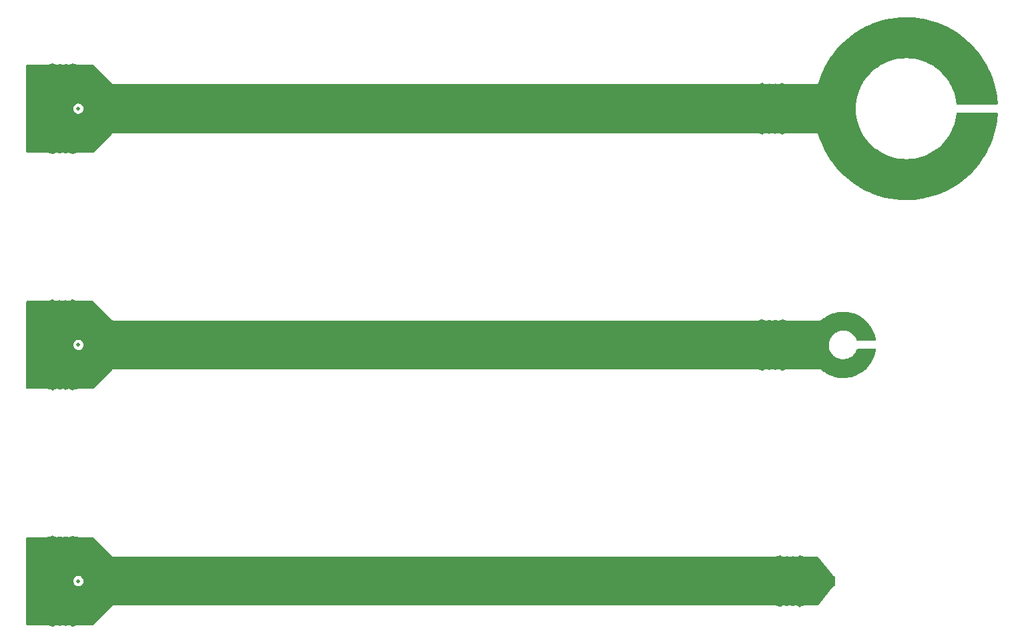
<source format=gbl>
G04 #@! TF.GenerationSoftware,KiCad,Pcbnew,(6.0.1)*
G04 #@! TF.CreationDate,2023-07-16T14:40:23+02:00*
G04 #@! TF.ProjectId,panel,70616e65-6c2e-46b6-9963-61645f706362,rev?*
G04 #@! TF.SameCoordinates,Original*
G04 #@! TF.FileFunction,Copper,L4,Bot*
G04 #@! TF.FilePolarity,Positive*
%FSLAX46Y46*%
G04 Gerber Fmt 4.6, Leading zero omitted, Abs format (unit mm)*
G04 Created by KiCad (PCBNEW (6.0.1)) date 2023-07-16 14:40:23*
%MOMM*%
%LPD*%
G01*
G04 APERTURE LIST*
G04 #@! TA.AperFunction,SMDPad,CuDef*
%ADD10R,5.080000X1.500000*%
G04 #@! TD*
G04 #@! TA.AperFunction,ViaPad*
%ADD11C,0.500000*%
G04 #@! TD*
G04 APERTURE END LIST*
D10*
X73000000Y-125250000D03*
X73000000Y-116750000D03*
X73000000Y-56750000D03*
X73000000Y-65250000D03*
X73000000Y-86750000D03*
X73000000Y-95250000D03*
D11*
X77000000Y-61000000D03*
X77000000Y-91000000D03*
X77000000Y-121000000D03*
X96688709Y-89700000D03*
X90630645Y-119700000D03*
X130008064Y-62300000D03*
X157269354Y-122300000D03*
X191670249Y-56446289D03*
X137580645Y-122300000D03*
X137580645Y-62300000D03*
X160298387Y-119700000D03*
X122435483Y-92300000D03*
X90630645Y-59700000D03*
X143638709Y-119700000D03*
X139095161Y-59700000D03*
X146667741Y-92300000D03*
X171006637Y-88825195D03*
X134551612Y-89700000D03*
X176174805Y-88006637D03*
X130008064Y-89700000D03*
X151211290Y-122300000D03*
X149696774Y-89700000D03*
X128493548Y-122300000D03*
X173089188Y-66903171D03*
X155754838Y-89700000D03*
X171773265Y-64108681D03*
X120920967Y-119700000D03*
X191185608Y-55534234D03*
X83058064Y-119700000D03*
X128493548Y-89700000D03*
X173632158Y-54349495D03*
X170900000Y-59700000D03*
X166356451Y-122300000D03*
X154240322Y-92300000D03*
X92145161Y-62300000D03*
X158783870Y-119700000D03*
X178263267Y-54420728D03*
X143638709Y-59700000D03*
X161812903Y-59700000D03*
X123950000Y-122300000D03*
X108804838Y-59700000D03*
X120920967Y-59700000D03*
X185364909Y-54223025D03*
X149696774Y-92300000D03*
X176174805Y-93993363D03*
X151211290Y-59700000D03*
X133037096Y-62300000D03*
X123950000Y-119700000D03*
X105775806Y-89700000D03*
X183366571Y-53558059D03*
X171520977Y-63107147D03*
X78514516Y-92300000D03*
X98203225Y-59700000D03*
X166356451Y-119700000D03*
X113348387Y-119700000D03*
X98203225Y-62300000D03*
X175143363Y-94518909D03*
X177681288Y-51222540D03*
X169385483Y-119700000D03*
X192100839Y-64496148D03*
X134551612Y-122300000D03*
X184287169Y-68212410D03*
X152725806Y-62300000D03*
X110319354Y-62300000D03*
X158783870Y-59700000D03*
X146667741Y-122300000D03*
X190036762Y-68047018D03*
X93659677Y-119700000D03*
X178645110Y-50851369D03*
X188388121Y-65054863D03*
X173029356Y-55188155D03*
X182719783Y-50335483D03*
X113348387Y-59700000D03*
X188446365Y-52473900D03*
X114862903Y-62300000D03*
X95174193Y-92300000D03*
X123950000Y-92300000D03*
X149696774Y-119700000D03*
X101232258Y-89700000D03*
X155754838Y-62300000D03*
X87601612Y-92300000D03*
X145153225Y-92300000D03*
X185739201Y-50986590D03*
X142124193Y-122300000D03*
X90630645Y-92300000D03*
X133037096Y-122300000D03*
X89116129Y-122300000D03*
X167870967Y-122300000D03*
X164841935Y-122300000D03*
X89116129Y-92300000D03*
X182210558Y-68563443D03*
X110319354Y-92300000D03*
X136066129Y-62300000D03*
X169385483Y-122300000D03*
X191240958Y-66371656D03*
X114862903Y-89700000D03*
X89116129Y-119700000D03*
X142124193Y-92300000D03*
X113348387Y-62300000D03*
X107290322Y-92300000D03*
X87601612Y-62300000D03*
X185841287Y-70974694D03*
X187102546Y-55413048D03*
X98203225Y-89700000D03*
X151211290Y-92300000D03*
X119406451Y-92300000D03*
X126979032Y-119700000D03*
X152725806Y-122300000D03*
X119406451Y-122300000D03*
X175149238Y-69204698D03*
X176993363Y-93174805D03*
X95174193Y-89700000D03*
X105775806Y-92300000D03*
X187593384Y-51891539D03*
X167870967Y-119700000D03*
X96688709Y-59700000D03*
X152725806Y-59700000D03*
X131522580Y-62300000D03*
X137580645Y-119700000D03*
X187022984Y-66658589D03*
X187686129Y-70050853D03*
X125464516Y-89700000D03*
X99717741Y-122300000D03*
X143638709Y-89700000D03*
X80029032Y-59700000D03*
X172510310Y-56081079D03*
X139095161Y-122300000D03*
X181796297Y-71686838D03*
X161812903Y-119700000D03*
X192064601Y-57400861D03*
X87601612Y-122300000D03*
X107290322Y-119700000D03*
X116377419Y-92300000D03*
X158783870Y-122300000D03*
X174389352Y-68505201D03*
X78514516Y-119700000D03*
X163327419Y-122300000D03*
X157269354Y-119700000D03*
X167870967Y-92300000D03*
X95174193Y-122300000D03*
X174313089Y-53572928D03*
X174000000Y-94700000D03*
X190679379Y-67238460D03*
X126979032Y-122300000D03*
X99717741Y-92300000D03*
X119406451Y-59700000D03*
X104261290Y-119700000D03*
X146667741Y-89700000D03*
X152725806Y-119700000D03*
X108804838Y-62300000D03*
X166356451Y-89700000D03*
X84572580Y-122300000D03*
X102746774Y-122300000D03*
X142124193Y-59700000D03*
X104261290Y-59700000D03*
X192364983Y-58389037D03*
X189964362Y-53871259D03*
X125464516Y-119700000D03*
X174610285Y-59374542D03*
X130008064Y-59700000D03*
X152725806Y-92300000D03*
X173117446Y-62486562D03*
X90630645Y-62300000D03*
X174871805Y-63537485D03*
X161812903Y-92300000D03*
X178748947Y-71182370D03*
X101232258Y-62300000D03*
X140609677Y-122300000D03*
X80029032Y-62300000D03*
X110319354Y-89700000D03*
X157269354Y-59700000D03*
X95174193Y-119700000D03*
X92145161Y-119700000D03*
X78514516Y-62300000D03*
X81543548Y-122300000D03*
X122435483Y-119700000D03*
X105775806Y-119700000D03*
X184755312Y-50672452D03*
X170481091Y-92143363D03*
X166356451Y-59700000D03*
X86087096Y-92300000D03*
X186275335Y-54757283D03*
X80029032Y-122300000D03*
X176993363Y-88825195D03*
X84572580Y-89700000D03*
X107290322Y-89700000D03*
X95174193Y-59700000D03*
X160298387Y-92300000D03*
X120920967Y-122300000D03*
X92145161Y-92300000D03*
X140609677Y-62300000D03*
X117891935Y-89700000D03*
X167870967Y-59700000D03*
X174588026Y-62520738D03*
X172856637Y-94518909D03*
X131522580Y-59700000D03*
X181687148Y-50315800D03*
X107290322Y-122300000D03*
X188533118Y-69459809D03*
X192584365Y-62490374D03*
X154240322Y-62300000D03*
X134551612Y-62300000D03*
X151211290Y-119700000D03*
X111833870Y-92300000D03*
X107290322Y-59700000D03*
X96688709Y-119700000D03*
X114862903Y-59700000D03*
X116377419Y-62300000D03*
X84572580Y-59700000D03*
X154240322Y-122300000D03*
X139095161Y-89700000D03*
X174000000Y-87300000D03*
X175294325Y-64504844D03*
X181155882Y-68519140D03*
X81543548Y-62300000D03*
X96688709Y-92300000D03*
X78514516Y-59700000D03*
X101232258Y-122300000D03*
X116377419Y-119700000D03*
X170900000Y-62300000D03*
X172850000Y-92991858D03*
X125464516Y-59700000D03*
X83058064Y-62300000D03*
X140609677Y-89700000D03*
X163327419Y-62300000D03*
X170481091Y-89856637D03*
X171000000Y-122000000D03*
X180657435Y-50395873D03*
X169385483Y-89700000D03*
X175065790Y-52865707D03*
X86087096Y-59700000D03*
X111833870Y-89700000D03*
X113348387Y-89700000D03*
X184388990Y-53820674D03*
X176757788Y-51685001D03*
X172856637Y-87481091D03*
X172008142Y-92150000D03*
X81543548Y-89700000D03*
X134551612Y-119700000D03*
X84572580Y-92300000D03*
X140609677Y-92300000D03*
X126979032Y-62300000D03*
X83058064Y-122300000D03*
X189485100Y-62106018D03*
X101232258Y-59700000D03*
X105775806Y-122300000D03*
X187830441Y-56177557D03*
X183853319Y-71526880D03*
X188444854Y-57035930D03*
X84572580Y-119700000D03*
X128493548Y-62300000D03*
X81543548Y-59700000D03*
X179116025Y-67995191D03*
X133037096Y-119700000D03*
X172850000Y-89008142D03*
X86087096Y-89700000D03*
X110319354Y-122300000D03*
X189319108Y-68789779D03*
X175143363Y-87481091D03*
X113348387Y-122300000D03*
X116377419Y-122300000D03*
X130008064Y-119700000D03*
X155754838Y-59700000D03*
X158783870Y-62300000D03*
X95174193Y-62300000D03*
X134551612Y-92300000D03*
X98203225Y-122300000D03*
X136066129Y-119700000D03*
X137580645Y-89700000D03*
X111833870Y-62300000D03*
X167870967Y-62300000D03*
X148182258Y-62300000D03*
X86087096Y-119700000D03*
X184860657Y-71298866D03*
X93659677Y-62300000D03*
X189239158Y-53135867D03*
X140609677Y-119700000D03*
X154240322Y-59700000D03*
X164841935Y-62300000D03*
X169385483Y-92300000D03*
X164841935Y-92300000D03*
X149696774Y-62300000D03*
X99717741Y-89700000D03*
X158783870Y-89700000D03*
X177299610Y-66929278D03*
X117891935Y-92300000D03*
X105775806Y-59700000D03*
X130008064Y-92300000D03*
X169385483Y-62300000D03*
X177518909Y-92143363D03*
X187761624Y-65904456D03*
X176853209Y-70368059D03*
X131522580Y-119700000D03*
X86087096Y-62300000D03*
X83058064Y-59700000D03*
X104261290Y-92300000D03*
X111833870Y-122300000D03*
X176594528Y-55705581D03*
X177383975Y-55004809D03*
X125464516Y-122300000D03*
X105775806Y-62300000D03*
X171742046Y-57995941D03*
X175344587Y-57400628D03*
X176520158Y-66217406D03*
X114862903Y-122300000D03*
X182317554Y-53440294D03*
X126979032Y-92300000D03*
X136066129Y-122300000D03*
X87601612Y-119700000D03*
X90630645Y-122300000D03*
X164841935Y-59700000D03*
X101232258Y-119700000D03*
X110319354Y-59700000D03*
X128493548Y-92300000D03*
X128493548Y-59700000D03*
X183745697Y-50454738D03*
X174000000Y-88700000D03*
X102746774Y-59700000D03*
X149696774Y-59700000D03*
X78514516Y-122300000D03*
X148182258Y-92300000D03*
X151211290Y-89700000D03*
X83058064Y-92300000D03*
X175991858Y-92150000D03*
X169385483Y-59700000D03*
X93659677Y-89700000D03*
X152725806Y-89700000D03*
X157269354Y-62300000D03*
X90630645Y-89700000D03*
X136066129Y-89700000D03*
X140609677Y-59700000D03*
X171700000Y-91000000D03*
X171825195Y-88006637D03*
X192568590Y-59401591D03*
X151211290Y-62300000D03*
X161812903Y-62300000D03*
X136066129Y-59700000D03*
X92145161Y-89700000D03*
X93659677Y-92300000D03*
X175991858Y-89850000D03*
X154240322Y-89700000D03*
X104261290Y-122300000D03*
X130008064Y-122300000D03*
X99717741Y-59700000D03*
X126979032Y-59700000D03*
X119406451Y-89700000D03*
X178170550Y-67525742D03*
X143638709Y-122300000D03*
X188890280Y-64126346D03*
X116377419Y-59700000D03*
X179746865Y-71448607D03*
X172121039Y-65081191D03*
X172561049Y-66015596D03*
X172008142Y-89850000D03*
X175910293Y-56509402D03*
X145153225Y-59700000D03*
X87601612Y-59700000D03*
X166356451Y-62300000D03*
X101232258Y-92300000D03*
X161812903Y-89700000D03*
X102746774Y-62300000D03*
X143638709Y-92300000D03*
X107290322Y-62300000D03*
X143638709Y-62300000D03*
X81543548Y-119700000D03*
X148182258Y-59700000D03*
X116377419Y-89700000D03*
X175973087Y-69827589D03*
X164841935Y-119700000D03*
X145153225Y-62300000D03*
X139095161Y-119700000D03*
X89116129Y-59700000D03*
X120920967Y-89700000D03*
X173700525Y-67735631D03*
X175150000Y-92991858D03*
X177781384Y-70821063D03*
X111833870Y-59700000D03*
X186688179Y-51394221D03*
X160298387Y-59700000D03*
X131522580Y-92300000D03*
X139095161Y-62300000D03*
X134551612Y-59700000D03*
X191716258Y-65454698D03*
X146667741Y-62300000D03*
X175883234Y-52234433D03*
X125464516Y-92300000D03*
X117891935Y-59700000D03*
X171006637Y-93174805D03*
X114862903Y-92300000D03*
X160298387Y-62300000D03*
X123950000Y-89700000D03*
X171500000Y-59000000D03*
X146667741Y-119700000D03*
X185268684Y-67823907D03*
X160298387Y-122300000D03*
X157269354Y-92300000D03*
X163327419Y-59700000D03*
X145153225Y-119700000D03*
X113348387Y-92300000D03*
X163327419Y-92300000D03*
X137580645Y-59700000D03*
X174908421Y-58361911D03*
X122435483Y-122300000D03*
X133037096Y-59700000D03*
X155754838Y-122300000D03*
X131522580Y-122300000D03*
X179640256Y-50574953D03*
X186186578Y-67302584D03*
X131522580Y-89700000D03*
X125464516Y-62300000D03*
X179215290Y-53964704D03*
X188933825Y-57971458D03*
X122435483Y-59700000D03*
X117891935Y-122300000D03*
X98203225Y-119700000D03*
X93659677Y-59700000D03*
X174448513Y-61474390D03*
X126979032Y-89700000D03*
X102746774Y-119700000D03*
X158783870Y-92300000D03*
X119406451Y-119700000D03*
X123950000Y-59700000D03*
X81543548Y-92300000D03*
X189287837Y-58965934D03*
X171825195Y-93993363D03*
X104261290Y-89700000D03*
X174455981Y-60418810D03*
X145153225Y-89700000D03*
X80029032Y-92300000D03*
X148182258Y-122300000D03*
X174000000Y-93300000D03*
X111833870Y-119700000D03*
X163327419Y-89700000D03*
X108804838Y-119700000D03*
X182828676Y-71656608D03*
X80029032Y-119700000D03*
X146667741Y-59700000D03*
X189258328Y-63136979D03*
X139095161Y-92300000D03*
X128493548Y-119700000D03*
X93659677Y-122300000D03*
X78514516Y-89700000D03*
X102746774Y-89700000D03*
X84572580Y-62300000D03*
X108804838Y-92300000D03*
X117891935Y-62300000D03*
X145153225Y-122300000D03*
X92145161Y-59700000D03*
X96688709Y-122300000D03*
X180117634Y-68328486D03*
X192391112Y-63504955D03*
X183261137Y-68460532D03*
X149696774Y-122300000D03*
X154240322Y-119700000D03*
X99717741Y-119700000D03*
X181262355Y-53469669D03*
X177518909Y-89856637D03*
X190615204Y-54673211D03*
X164841935Y-89700000D03*
X157269354Y-89700000D03*
X163327419Y-119700000D03*
X167870967Y-89700000D03*
X186786051Y-70557391D03*
X123950000Y-62300000D03*
X180765819Y-71617288D03*
X119406451Y-62300000D03*
X92145161Y-122300000D03*
X98203225Y-92300000D03*
X80029032Y-89700000D03*
X110319354Y-119700000D03*
X171000000Y-120000000D03*
X161812903Y-122300000D03*
X155754838Y-119700000D03*
X142124193Y-119700000D03*
X102746774Y-92300000D03*
X133037096Y-92300000D03*
X142124193Y-62300000D03*
X89116129Y-89700000D03*
X83058064Y-89700000D03*
X122435483Y-62300000D03*
X108804838Y-122300000D03*
X166356451Y-92300000D03*
X133037096Y-89700000D03*
X114862903Y-119700000D03*
X117891935Y-119700000D03*
X137580645Y-92300000D03*
X120920967Y-92300000D03*
X180221515Y-53645614D03*
X189500000Y-60000000D03*
X171156594Y-91966443D03*
X155754838Y-92300000D03*
X172079867Y-57019929D03*
X87601612Y-89700000D03*
X136066129Y-92300000D03*
X99717741Y-62300000D03*
X104261290Y-62300000D03*
X148182258Y-89700000D03*
X96688709Y-62300000D03*
X142124193Y-89700000D03*
X89116129Y-62300000D03*
X148182258Y-119700000D03*
X86087096Y-122300000D03*
X122435483Y-89700000D03*
X175150000Y-89008142D03*
X175847365Y-65403984D03*
X120920967Y-62300000D03*
X160298387Y-89700000D03*
X108804838Y-89700000D03*
G04 #@! TA.AperFunction,Conductor*
G36*
X73810365Y-85231756D02*
G01*
X73826240Y-85244419D01*
X73864607Y-85280448D01*
X73871551Y-85284265D01*
X73871553Y-85284267D01*
X73912224Y-85306626D01*
X74008632Y-85359627D01*
X74016304Y-85361597D01*
X74016307Y-85361598D01*
X74160145Y-85398529D01*
X74160148Y-85398529D01*
X74167823Y-85400500D01*
X74290925Y-85400500D01*
X74348690Y-85393203D01*
X74405193Y-85386065D01*
X74405196Y-85386064D01*
X74413058Y-85385071D01*
X74420425Y-85382154D01*
X74420426Y-85382154D01*
X74542801Y-85333702D01*
X74565871Y-85324568D01*
X74569908Y-85321635D01*
X74637964Y-85306626D01*
X74690037Y-85321916D01*
X74751684Y-85355807D01*
X74758632Y-85359627D01*
X74766307Y-85361598D01*
X74766308Y-85361598D01*
X74910145Y-85398529D01*
X74910148Y-85398529D01*
X74917823Y-85400500D01*
X75040925Y-85400500D01*
X75098690Y-85393203D01*
X75155193Y-85386065D01*
X75155196Y-85386064D01*
X75163058Y-85385071D01*
X75170425Y-85382154D01*
X75170426Y-85382154D01*
X75292801Y-85333702D01*
X75315871Y-85324568D01*
X75319908Y-85321635D01*
X75387964Y-85306626D01*
X75440037Y-85321916D01*
X75501684Y-85355807D01*
X75508632Y-85359627D01*
X75516307Y-85361598D01*
X75516308Y-85361598D01*
X75660145Y-85398529D01*
X75660148Y-85398529D01*
X75667823Y-85400500D01*
X75790925Y-85400500D01*
X75848690Y-85393203D01*
X75905193Y-85386065D01*
X75905196Y-85386064D01*
X75913058Y-85385071D01*
X75920425Y-85382154D01*
X75920426Y-85382154D01*
X75977322Y-85359627D01*
X76065871Y-85324568D01*
X76188185Y-85235702D01*
X76255053Y-85211843D01*
X76328081Y-85230206D01*
X76358225Y-85248679D01*
X76358231Y-85248682D01*
X76362448Y-85251266D01*
X76492975Y-85305332D01*
X76533012Y-85321916D01*
X76566038Y-85335596D01*
X76640070Y-85353369D01*
X76775502Y-85385884D01*
X76775508Y-85385885D01*
X76780315Y-85387039D01*
X76926306Y-85398529D01*
X76986823Y-85403292D01*
X76988031Y-85403435D01*
X76988641Y-85403435D01*
X76991754Y-85403680D01*
X77000000Y-85404986D01*
X77021689Y-85401551D01*
X77041398Y-85400000D01*
X78782125Y-85400000D01*
X78850246Y-85420002D01*
X78871220Y-85436905D01*
X81172358Y-87738043D01*
X81172359Y-87738045D01*
X81261955Y-87827641D01*
X81281522Y-87837611D01*
X81298380Y-87847943D01*
X81316140Y-87860846D01*
X81337026Y-87867632D01*
X81355293Y-87875199D01*
X81366014Y-87880662D01*
X81366016Y-87880663D01*
X81374852Y-87885165D01*
X81384645Y-87886716D01*
X81384648Y-87886717D01*
X81394064Y-87888208D01*
X81396543Y-87888600D01*
X81415753Y-87893212D01*
X81436646Y-87900000D01*
X162958602Y-87900000D01*
X162978311Y-87901551D01*
X163000000Y-87904986D01*
X163008246Y-87903680D01*
X163011359Y-87903435D01*
X163011969Y-87903435D01*
X163013177Y-87903292D01*
X163073694Y-87898529D01*
X163219685Y-87887039D01*
X163224492Y-87885885D01*
X163224498Y-87885884D01*
X163366617Y-87851764D01*
X163433962Y-87835596D01*
X163442299Y-87832143D01*
X163546889Y-87788820D01*
X163637552Y-87751266D01*
X163674155Y-87728836D01*
X163742689Y-87710299D01*
X163810365Y-87731756D01*
X163826240Y-87744419D01*
X163864607Y-87780448D01*
X163871551Y-87784265D01*
X163871553Y-87784267D01*
X163937697Y-87820630D01*
X164008632Y-87859627D01*
X164016304Y-87861597D01*
X164016307Y-87861598D01*
X164160145Y-87898529D01*
X164160148Y-87898529D01*
X164167823Y-87900500D01*
X164290925Y-87900500D01*
X164353761Y-87892562D01*
X164405193Y-87886065D01*
X164405196Y-87886064D01*
X164413058Y-87885071D01*
X164420425Y-87882154D01*
X164420426Y-87882154D01*
X164503885Y-87849110D01*
X164565871Y-87824568D01*
X164569908Y-87821635D01*
X164637964Y-87806626D01*
X164690037Y-87821916D01*
X164751684Y-87855807D01*
X164758632Y-87859627D01*
X164766307Y-87861598D01*
X164766308Y-87861598D01*
X164910145Y-87898529D01*
X164910148Y-87898529D01*
X164917823Y-87900500D01*
X165040925Y-87900500D01*
X165103761Y-87892562D01*
X165155193Y-87886065D01*
X165155196Y-87886064D01*
X165163058Y-87885071D01*
X165170425Y-87882154D01*
X165170426Y-87882154D01*
X165253885Y-87849110D01*
X165315871Y-87824568D01*
X165319908Y-87821635D01*
X165387964Y-87806626D01*
X165440037Y-87821916D01*
X165501684Y-87855807D01*
X165508632Y-87859627D01*
X165516307Y-87861598D01*
X165516308Y-87861598D01*
X165660145Y-87898529D01*
X165660148Y-87898529D01*
X165667823Y-87900500D01*
X165790925Y-87900500D01*
X165853761Y-87892562D01*
X165905193Y-87886065D01*
X165905196Y-87886064D01*
X165913058Y-87885071D01*
X165920425Y-87882154D01*
X165920426Y-87882154D01*
X165977322Y-87859627D01*
X166065871Y-87824568D01*
X166101520Y-87798668D01*
X166160055Y-87756140D01*
X166188185Y-87735702D01*
X166255053Y-87711843D01*
X166328081Y-87730206D01*
X166358225Y-87748679D01*
X166358231Y-87748682D01*
X166362448Y-87751266D01*
X166453111Y-87788820D01*
X166557702Y-87832143D01*
X166566038Y-87835596D01*
X166633383Y-87851764D01*
X166775502Y-87885884D01*
X166775508Y-87885885D01*
X166780315Y-87887039D01*
X166926306Y-87898529D01*
X166986823Y-87903292D01*
X166988031Y-87903435D01*
X166988641Y-87903435D01*
X166991754Y-87903680D01*
X167000000Y-87904986D01*
X167021689Y-87901551D01*
X167041398Y-87900000D01*
X170979795Y-87900000D01*
X170989459Y-87900371D01*
X171022603Y-87902921D01*
X171022606Y-87902921D01*
X171032489Y-87903681D01*
X171042127Y-87901349D01*
X171042130Y-87901349D01*
X171073526Y-87893753D01*
X171083441Y-87891771D01*
X171110867Y-87887427D01*
X171115356Y-87886716D01*
X171125148Y-87885165D01*
X171133981Y-87880665D01*
X171140073Y-87878685D01*
X171146004Y-87876216D01*
X171155643Y-87873884D01*
X171164088Y-87868688D01*
X171164091Y-87868687D01*
X171191596Y-87851764D01*
X171200420Y-87846812D01*
X171229211Y-87832143D01*
X171229215Y-87832140D01*
X171238045Y-87827641D01*
X171245055Y-87820631D01*
X171250237Y-87816866D01*
X171255116Y-87812684D01*
X171263561Y-87807488D01*
X171271067Y-87798668D01*
X171289657Y-87780878D01*
X171297184Y-87775023D01*
X171571052Y-87561972D01*
X171580831Y-87555084D01*
X171908040Y-87347121D01*
X171918429Y-87341191D01*
X172263884Y-87165196D01*
X172274789Y-87160278D01*
X172440003Y-87095014D01*
X172635377Y-87017836D01*
X172646688Y-87013978D01*
X172798864Y-86970016D01*
X173019162Y-86906374D01*
X173030799Y-86903603D01*
X173411804Y-86831805D01*
X173423651Y-86830151D01*
X173736305Y-86801531D01*
X173809729Y-86794810D01*
X173821676Y-86794286D01*
X174012622Y-86794992D01*
X174209380Y-86795719D01*
X174221326Y-86796331D01*
X174607139Y-86834522D01*
X174618974Y-86836264D01*
X174999435Y-86910874D01*
X175011051Y-86913731D01*
X175235719Y-86980437D01*
X175382711Y-87024080D01*
X175393992Y-87028021D01*
X175753541Y-87173132D01*
X175764393Y-87178123D01*
X175930060Y-87264071D01*
X176108535Y-87356664D01*
X176118879Y-87362670D01*
X176444547Y-87573046D01*
X176454273Y-87580004D01*
X176758529Y-87820323D01*
X176767543Y-87828167D01*
X176842981Y-87900371D01*
X177047621Y-88096240D01*
X177055861Y-88104912D01*
X177309265Y-88398349D01*
X177316645Y-88407764D01*
X177541072Y-88723900D01*
X177547526Y-88733972D01*
X177740967Y-89069977D01*
X177746436Y-89080616D01*
X177907136Y-89433439D01*
X177911572Y-89444549D01*
X178038086Y-89811018D01*
X178041449Y-89822498D01*
X178127573Y-90178371D01*
X178132643Y-90199322D01*
X178134901Y-90211064D01*
X178136344Y-90221124D01*
X178155705Y-90356111D01*
X178145577Y-90426382D01*
X178099065Y-90480021D01*
X178030981Y-90500000D01*
X175838409Y-90500000D01*
X175770288Y-90479998D01*
X175723795Y-90426342D01*
X175720976Y-90419667D01*
X175643767Y-90221124D01*
X175643766Y-90221122D01*
X175642074Y-90216771D01*
X175609157Y-90159178D01*
X175510588Y-89986717D01*
X175510586Y-89986715D01*
X175508269Y-89982660D01*
X175341329Y-89770898D01*
X175144923Y-89586138D01*
X174987524Y-89476946D01*
X174927207Y-89435102D01*
X174927204Y-89435100D01*
X174923365Y-89432437D01*
X174919172Y-89430369D01*
X174685710Y-89315238D01*
X174685707Y-89315237D01*
X174681522Y-89313173D01*
X174627596Y-89295911D01*
X174429152Y-89232389D01*
X174429154Y-89232389D01*
X174424707Y-89230966D01*
X174279210Y-89207271D01*
X174163175Y-89188373D01*
X174163174Y-89188373D01*
X174158563Y-89187622D01*
X174023749Y-89185857D01*
X173893611Y-89184153D01*
X173893608Y-89184153D01*
X173888934Y-89184092D01*
X173621746Y-89220455D01*
X173362867Y-89295911D01*
X173358614Y-89297871D01*
X173358613Y-89297872D01*
X173325423Y-89313173D01*
X173117985Y-89408803D01*
X173072101Y-89438886D01*
X172896393Y-89554085D01*
X172896388Y-89554089D01*
X172892480Y-89556651D01*
X172691304Y-89736207D01*
X172518879Y-89943527D01*
X172378991Y-90174055D01*
X172377182Y-90178369D01*
X172377181Y-90178371D01*
X172288731Y-90389301D01*
X172274714Y-90422727D01*
X172273563Y-90427259D01*
X172273562Y-90427262D01*
X172263477Y-90466972D01*
X172208338Y-90684082D01*
X172181322Y-90952376D01*
X172182929Y-90985839D01*
X172194260Y-91221717D01*
X172246866Y-91486187D01*
X172337986Y-91739976D01*
X172465617Y-91977510D01*
X172468412Y-91981254D01*
X172468414Y-91981256D01*
X172555888Y-92098398D01*
X172626956Y-92193569D01*
X172630263Y-92196847D01*
X172630268Y-92196853D01*
X172734967Y-92300641D01*
X172818459Y-92383407D01*
X172822226Y-92386169D01*
X172822227Y-92386170D01*
X172939072Y-92471845D01*
X173035917Y-92542855D01*
X173040048Y-92545029D01*
X173040049Y-92545029D01*
X173270420Y-92666233D01*
X173270426Y-92666235D01*
X173274555Y-92668408D01*
X173278963Y-92669947D01*
X173278969Y-92669950D01*
X173524714Y-92755768D01*
X173529130Y-92757310D01*
X173533723Y-92758182D01*
X173789460Y-92806735D01*
X173789463Y-92806735D01*
X173794049Y-92807606D01*
X173928771Y-92812900D01*
X174058825Y-92818010D01*
X174058831Y-92818010D01*
X174063493Y-92818193D01*
X174146763Y-92809074D01*
X174326888Y-92789347D01*
X174326893Y-92789346D01*
X174331541Y-92788837D01*
X174336065Y-92787646D01*
X174587783Y-92721374D01*
X174587785Y-92721373D01*
X174592306Y-92720183D01*
X174840060Y-92613740D01*
X174844031Y-92611283D01*
X174844038Y-92611279D01*
X175065375Y-92474310D01*
X175065377Y-92474308D01*
X175069358Y-92471845D01*
X175173826Y-92383407D01*
X175271593Y-92300641D01*
X175271594Y-92300640D01*
X175275165Y-92297617D01*
X175369693Y-92189829D01*
X175449876Y-92098398D01*
X175449879Y-92098393D01*
X175452958Y-92094883D01*
X175598833Y-91868095D01*
X175696318Y-91651688D01*
X175707664Y-91626501D01*
X175707665Y-91626497D01*
X175709584Y-91622238D01*
X175710852Y-91617743D01*
X175710855Y-91617734D01*
X175718170Y-91591797D01*
X175755912Y-91531664D01*
X175820174Y-91501482D01*
X175839439Y-91500000D01*
X178030981Y-91500000D01*
X178099102Y-91520002D01*
X178145595Y-91573658D01*
X178155705Y-91643889D01*
X178134902Y-91788930D01*
X178132645Y-91800669D01*
X178089848Y-91977510D01*
X178041449Y-92177502D01*
X178038086Y-92188982D01*
X177911572Y-92555451D01*
X177907136Y-92566561D01*
X177746436Y-92919384D01*
X177740967Y-92930023D01*
X177547526Y-93266028D01*
X177541072Y-93276100D01*
X177316645Y-93592236D01*
X177309265Y-93601651D01*
X177055861Y-93895088D01*
X177047621Y-93903760D01*
X176915444Y-94030272D01*
X176771696Y-94167859D01*
X176767548Y-94171829D01*
X176758529Y-94179677D01*
X176619233Y-94289701D01*
X176454277Y-94419993D01*
X176444547Y-94426954D01*
X176118879Y-94637330D01*
X176108535Y-94643336D01*
X175930060Y-94735929D01*
X175764393Y-94821877D01*
X175753541Y-94826868D01*
X175393992Y-94971979D01*
X175382711Y-94975920D01*
X175301608Y-95000000D01*
X175011051Y-95086269D01*
X174999435Y-95089126D01*
X174618974Y-95163736D01*
X174607139Y-95165478D01*
X174221326Y-95203669D01*
X174209380Y-95204281D01*
X174012622Y-95205008D01*
X173821676Y-95205714D01*
X173809729Y-95205190D01*
X173736305Y-95198469D01*
X173423651Y-95169849D01*
X173411804Y-95168195D01*
X173030799Y-95096397D01*
X173019162Y-95093626D01*
X172798864Y-95029984D01*
X172646688Y-94986022D01*
X172635377Y-94982164D01*
X172274789Y-94839722D01*
X172263884Y-94834804D01*
X171918429Y-94658809D01*
X171908040Y-94652879D01*
X171580831Y-94444916D01*
X171571051Y-94438027D01*
X171354794Y-94269794D01*
X171289656Y-94219121D01*
X171271067Y-94201332D01*
X171269987Y-94200063D01*
X171263561Y-94192512D01*
X171255116Y-94187316D01*
X171250237Y-94183134D01*
X171245055Y-94179369D01*
X171238045Y-94172359D01*
X171229215Y-94167860D01*
X171229211Y-94167857D01*
X171200420Y-94153188D01*
X171191596Y-94148236D01*
X171164091Y-94131313D01*
X171164088Y-94131312D01*
X171155643Y-94126116D01*
X171146004Y-94123784D01*
X171140073Y-94121315D01*
X171133981Y-94119335D01*
X171125148Y-94114835D01*
X171115350Y-94113283D01*
X171103461Y-94111400D01*
X171083441Y-94108229D01*
X171073526Y-94106247D01*
X171042130Y-94098651D01*
X171042127Y-94098651D01*
X171032489Y-94096319D01*
X171022606Y-94097079D01*
X171022603Y-94097079D01*
X170989459Y-94099629D01*
X170979795Y-94100000D01*
X167041398Y-94100000D01*
X167021689Y-94098449D01*
X167000000Y-94095014D01*
X166991754Y-94096320D01*
X166988641Y-94096565D01*
X166988031Y-94096565D01*
X166986823Y-94096708D01*
X166951349Y-94099500D01*
X166780315Y-94112961D01*
X166775508Y-94114115D01*
X166775502Y-94114116D01*
X166650223Y-94144193D01*
X166566038Y-94164404D01*
X166561467Y-94166297D01*
X166561465Y-94166298D01*
X166529907Y-94179370D01*
X166362448Y-94248734D01*
X166340873Y-94261955D01*
X166325845Y-94271164D01*
X166257311Y-94289701D01*
X166189635Y-94268244D01*
X166173759Y-94255580D01*
X166169221Y-94251318D01*
X166135393Y-94219552D01*
X166128449Y-94215735D01*
X166128447Y-94215733D01*
X166010498Y-94150890D01*
X165991368Y-94140373D01*
X165983696Y-94138403D01*
X165983693Y-94138402D01*
X165839855Y-94101471D01*
X165839852Y-94101471D01*
X165832177Y-94099500D01*
X165709075Y-94099500D01*
X165655667Y-94106247D01*
X165594807Y-94113935D01*
X165594804Y-94113936D01*
X165586942Y-94114929D01*
X165579575Y-94117846D01*
X165579574Y-94117846D01*
X165533493Y-94136091D01*
X165434129Y-94175432D01*
X165430092Y-94178365D01*
X165362036Y-94193374D01*
X165309963Y-94178084D01*
X165248315Y-94144192D01*
X165248314Y-94144191D01*
X165241368Y-94140373D01*
X165233693Y-94138402D01*
X165233692Y-94138402D01*
X165089855Y-94101471D01*
X165089852Y-94101471D01*
X165082177Y-94099500D01*
X164959075Y-94099500D01*
X164905667Y-94106247D01*
X164844807Y-94113935D01*
X164844804Y-94113936D01*
X164836942Y-94114929D01*
X164829575Y-94117846D01*
X164829574Y-94117846D01*
X164783493Y-94136091D01*
X164684129Y-94175432D01*
X164680092Y-94178365D01*
X164612036Y-94193374D01*
X164559963Y-94178084D01*
X164498315Y-94144192D01*
X164498314Y-94144191D01*
X164491368Y-94140373D01*
X164483693Y-94138402D01*
X164483692Y-94138402D01*
X164339855Y-94101471D01*
X164339852Y-94101471D01*
X164332177Y-94099500D01*
X164209075Y-94099500D01*
X164155667Y-94106247D01*
X164094807Y-94113935D01*
X164094804Y-94113936D01*
X164086942Y-94114929D01*
X164079575Y-94117846D01*
X164079574Y-94117846D01*
X164068408Y-94122267D01*
X163934129Y-94175432D01*
X163927718Y-94180090D01*
X163927716Y-94180091D01*
X163873403Y-94219552D01*
X163835843Y-94246841D01*
X163811815Y-94264298D01*
X163744947Y-94288157D01*
X163671919Y-94269794D01*
X163641775Y-94251321D01*
X163641767Y-94251317D01*
X163637552Y-94248734D01*
X163470093Y-94179370D01*
X163438535Y-94166298D01*
X163438533Y-94166297D01*
X163433962Y-94164404D01*
X163349777Y-94144193D01*
X163224498Y-94114116D01*
X163224492Y-94114115D01*
X163219685Y-94112961D01*
X163048651Y-94099500D01*
X163013177Y-94096708D01*
X163011969Y-94096565D01*
X163011359Y-94096565D01*
X163008246Y-94096320D01*
X163000000Y-94095014D01*
X162978311Y-94098449D01*
X162958602Y-94100000D01*
X81436646Y-94100000D01*
X81415753Y-94106788D01*
X81396543Y-94111400D01*
X81394064Y-94111792D01*
X81384648Y-94113283D01*
X81384645Y-94113284D01*
X81374852Y-94114835D01*
X81366016Y-94119337D01*
X81366014Y-94119338D01*
X81355293Y-94124801D01*
X81337026Y-94132368D01*
X81316140Y-94139154D01*
X81308116Y-94144984D01*
X81298381Y-94152057D01*
X81281522Y-94162389D01*
X81261955Y-94172359D01*
X81172359Y-94261955D01*
X81172358Y-94261957D01*
X78871220Y-96563095D01*
X78808908Y-96597121D01*
X78782125Y-96600000D01*
X77041398Y-96600000D01*
X77021689Y-96598449D01*
X77000000Y-96595014D01*
X76991754Y-96596320D01*
X76988641Y-96596565D01*
X76988031Y-96596565D01*
X76986823Y-96596708D01*
X76964703Y-96598449D01*
X76780315Y-96612961D01*
X76775508Y-96614115D01*
X76775502Y-96614116D01*
X76650223Y-96644193D01*
X76566038Y-96664404D01*
X76561467Y-96666297D01*
X76561465Y-96666298D01*
X76528166Y-96680091D01*
X76362448Y-96748734D01*
X76337050Y-96764298D01*
X76325845Y-96771164D01*
X76257311Y-96789701D01*
X76189635Y-96768244D01*
X76173759Y-96755580D01*
X76169221Y-96751318D01*
X76135393Y-96719552D01*
X76128449Y-96715735D01*
X76128447Y-96715733D01*
X76032979Y-96663249D01*
X75991368Y-96640373D01*
X75983696Y-96638403D01*
X75983693Y-96638402D01*
X75839855Y-96601471D01*
X75839852Y-96601471D01*
X75832177Y-96599500D01*
X75709075Y-96599500D01*
X75651310Y-96606797D01*
X75594807Y-96613935D01*
X75594804Y-96613936D01*
X75586942Y-96614929D01*
X75579575Y-96617846D01*
X75579574Y-96617846D01*
X75527656Y-96638402D01*
X75434129Y-96675432D01*
X75430092Y-96678365D01*
X75362036Y-96693374D01*
X75309963Y-96678084D01*
X75248315Y-96644192D01*
X75248314Y-96644191D01*
X75241368Y-96640373D01*
X75233693Y-96638402D01*
X75233692Y-96638402D01*
X75089855Y-96601471D01*
X75089852Y-96601471D01*
X75082177Y-96599500D01*
X74959075Y-96599500D01*
X74901310Y-96606797D01*
X74844807Y-96613935D01*
X74844804Y-96613936D01*
X74836942Y-96614929D01*
X74829575Y-96617846D01*
X74829574Y-96617846D01*
X74777656Y-96638402D01*
X74684129Y-96675432D01*
X74680092Y-96678365D01*
X74612036Y-96693374D01*
X74559963Y-96678084D01*
X74498315Y-96644192D01*
X74498314Y-96644191D01*
X74491368Y-96640373D01*
X74483693Y-96638402D01*
X74483692Y-96638402D01*
X74339855Y-96601471D01*
X74339852Y-96601471D01*
X74332177Y-96599500D01*
X74209075Y-96599500D01*
X74151310Y-96606797D01*
X74094807Y-96613935D01*
X74094804Y-96613936D01*
X74086942Y-96614929D01*
X74079575Y-96617846D01*
X74079574Y-96617846D01*
X74044867Y-96631588D01*
X73934129Y-96675432D01*
X73835843Y-96746841D01*
X73811815Y-96764298D01*
X73744947Y-96788157D01*
X73671919Y-96769794D01*
X73641775Y-96751321D01*
X73641767Y-96751317D01*
X73637552Y-96748734D01*
X73471834Y-96680091D01*
X73438535Y-96666298D01*
X73438533Y-96666297D01*
X73433962Y-96664404D01*
X73349777Y-96644193D01*
X73224498Y-96614116D01*
X73224492Y-96614115D01*
X73219685Y-96612961D01*
X73035297Y-96598449D01*
X73013177Y-96596708D01*
X73011969Y-96596565D01*
X73011359Y-96596565D01*
X73008246Y-96596320D01*
X73000000Y-96595014D01*
X72978311Y-96598449D01*
X72958602Y-96600000D01*
X70526000Y-96600000D01*
X70457879Y-96579998D01*
X70411386Y-96526342D01*
X70400000Y-96474000D01*
X70400000Y-90993138D01*
X76344758Y-90993138D01*
X76362035Y-91149633D01*
X76416143Y-91297490D01*
X76420380Y-91303796D01*
X76420382Y-91303799D01*
X76460709Y-91363811D01*
X76503958Y-91428172D01*
X76620410Y-91534135D01*
X76627085Y-91537759D01*
X76752099Y-91605637D01*
X76752101Y-91605638D01*
X76758776Y-91609262D01*
X76766125Y-91611190D01*
X76903719Y-91647287D01*
X76903721Y-91647287D01*
X76911069Y-91649215D01*
X76994380Y-91650524D01*
X77060898Y-91651569D01*
X77060901Y-91651569D01*
X77068495Y-91651688D01*
X77221968Y-91616538D01*
X77362625Y-91545795D01*
X77437780Y-91481607D01*
X77476574Y-91448474D01*
X77476576Y-91448471D01*
X77482348Y-91443542D01*
X77574224Y-91315683D01*
X77632950Y-91169598D01*
X77655134Y-91013723D01*
X77655278Y-91000000D01*
X77636363Y-90843694D01*
X77580710Y-90696412D01*
X77491531Y-90566657D01*
X77416717Y-90500000D01*
X77379648Y-90466972D01*
X77379645Y-90466970D01*
X77373976Y-90461919D01*
X77234831Y-90388245D01*
X77218122Y-90384048D01*
X77089498Y-90351740D01*
X77089496Y-90351740D01*
X77082128Y-90349889D01*
X77074530Y-90349849D01*
X77074528Y-90349849D01*
X77007319Y-90349497D01*
X76924684Y-90349065D01*
X76917305Y-90350837D01*
X76917301Y-90350837D01*
X76778967Y-90384048D01*
X76778963Y-90384049D01*
X76771588Y-90385820D01*
X76631679Y-90458032D01*
X76625957Y-90463024D01*
X76625955Y-90463025D01*
X76518759Y-90556538D01*
X76518756Y-90556541D01*
X76513034Y-90561533D01*
X76508667Y-90567747D01*
X76426905Y-90684082D01*
X76422501Y-90690348D01*
X76365309Y-90837039D01*
X76344758Y-90993138D01*
X70400000Y-90993138D01*
X70400000Y-85526000D01*
X70420002Y-85457879D01*
X70473658Y-85411386D01*
X70526000Y-85400000D01*
X72958602Y-85400000D01*
X72978311Y-85401551D01*
X73000000Y-85404986D01*
X73008246Y-85403680D01*
X73011359Y-85403435D01*
X73011969Y-85403435D01*
X73013177Y-85403292D01*
X73073694Y-85398529D01*
X73219685Y-85387039D01*
X73224492Y-85385885D01*
X73224498Y-85385884D01*
X73359930Y-85353369D01*
X73433962Y-85335596D01*
X73466989Y-85321916D01*
X73507025Y-85305332D01*
X73637552Y-85251266D01*
X73674155Y-85228836D01*
X73742689Y-85210299D01*
X73810365Y-85231756D01*
G37*
G04 #@! TD.AperFunction*
G04 #@! TA.AperFunction,Conductor*
G36*
X182032826Y-49379333D02*
G01*
X182205996Y-49384798D01*
X182700075Y-49400392D01*
X182707345Y-49400833D01*
X183165878Y-49442044D01*
X183372253Y-49460593D01*
X183379519Y-49461459D01*
X184039835Y-49559716D01*
X184047039Y-49561003D01*
X184700526Y-49697426D01*
X184707642Y-49699129D01*
X185352106Y-49873257D01*
X185359113Y-49875370D01*
X185992385Y-50086619D01*
X185999256Y-50089135D01*
X186619197Y-50336789D01*
X186625911Y-50339700D01*
X187230436Y-50622930D01*
X187236969Y-50626226D01*
X187824014Y-50944061D01*
X187830344Y-50947730D01*
X188352767Y-51271138D01*
X188397963Y-51299117D01*
X188404071Y-51303148D01*
X188950326Y-51686890D01*
X188956189Y-51691268D01*
X189268069Y-51938601D01*
X189425119Y-52063147D01*
X189479261Y-52106084D01*
X189484853Y-52110790D01*
X189940905Y-52517744D01*
X189982948Y-52555261D01*
X189988256Y-52560281D01*
X190223996Y-52796613D01*
X190459728Y-53032937D01*
X190464743Y-53038266D01*
X190686350Y-53287867D01*
X190870787Y-53495601D01*
X190907958Y-53537468D01*
X190912648Y-53543069D01*
X191222352Y-53935616D01*
X191326151Y-54067180D01*
X191330515Y-54073054D01*
X191712896Y-54620286D01*
X191716911Y-54626404D01*
X191806262Y-54771550D01*
X192037734Y-55147565D01*
X192066861Y-55194881D01*
X192070510Y-55201213D01*
X192096056Y-55248679D01*
X192386891Y-55789089D01*
X192390170Y-55795631D01*
X192671875Y-56400850D01*
X192674769Y-56407571D01*
X192920869Y-57028131D01*
X192923363Y-57034993D01*
X193133037Y-57668840D01*
X193135119Y-57675809D01*
X193196424Y-57904986D01*
X193307633Y-58320720D01*
X193309318Y-58327841D01*
X193444101Y-58981666D01*
X193445370Y-58988871D01*
X193520820Y-59504797D01*
X193541971Y-59649431D01*
X193542819Y-59656699D01*
X193600908Y-60321737D01*
X193601333Y-60329041D01*
X193602533Y-60370340D01*
X193584518Y-60439013D01*
X193532235Y-60487045D01*
X193476586Y-60500000D01*
X188497460Y-60500000D01*
X188429339Y-60479998D01*
X188382846Y-60426342D01*
X188372333Y-60388810D01*
X188326373Y-60000499D01*
X188326083Y-59998047D01*
X188227969Y-59504797D01*
X188091458Y-59020765D01*
X187917391Y-58548936D01*
X187706842Y-58092219D01*
X187475018Y-57678269D01*
X187462319Y-57655593D01*
X187462318Y-57655591D01*
X187461107Y-57653429D01*
X187181704Y-57235272D01*
X186870353Y-56840326D01*
X186868563Y-56838389D01*
X186530638Y-56472824D01*
X186528975Y-56471025D01*
X186456651Y-56404169D01*
X186161494Y-56131329D01*
X186161488Y-56131324D01*
X186159674Y-56129647D01*
X185764728Y-55818296D01*
X185730808Y-55795631D01*
X185548899Y-55674084D01*
X185346571Y-55538893D01*
X184907781Y-55293158D01*
X184451064Y-55082609D01*
X183979235Y-54908542D01*
X183651179Y-54816021D01*
X183497583Y-54772702D01*
X183497578Y-54772701D01*
X183495203Y-54772031D01*
X183001953Y-54673917D01*
X182806015Y-54650726D01*
X182504979Y-54615096D01*
X182504971Y-54615095D01*
X182502526Y-54614806D01*
X182000000Y-54595062D01*
X181497474Y-54614806D01*
X181495029Y-54615095D01*
X181495021Y-54615096D01*
X181193985Y-54650726D01*
X180998047Y-54673917D01*
X180504797Y-54772031D01*
X180502422Y-54772701D01*
X180502417Y-54772702D01*
X180348821Y-54816021D01*
X180020765Y-54908542D01*
X179548936Y-55082609D01*
X179092219Y-55293158D01*
X178653429Y-55538893D01*
X178451101Y-55674084D01*
X178269193Y-55795631D01*
X178235272Y-55818296D01*
X177840326Y-56129647D01*
X177838512Y-56131324D01*
X177838506Y-56131329D01*
X177543349Y-56404169D01*
X177471025Y-56471025D01*
X177469362Y-56472824D01*
X177131438Y-56838389D01*
X177129647Y-56840326D01*
X176818296Y-57235272D01*
X176538893Y-57653429D01*
X176537682Y-57655591D01*
X176537681Y-57655593D01*
X176524982Y-57678269D01*
X176293158Y-58092219D01*
X176082609Y-58548936D01*
X175908542Y-59020765D01*
X175772031Y-59504797D01*
X175673917Y-59998047D01*
X175673627Y-60000499D01*
X175619887Y-60454549D01*
X175614806Y-60497474D01*
X175595062Y-61000000D01*
X175604276Y-61234504D01*
X175614806Y-61502526D01*
X175615095Y-61504971D01*
X175615096Y-61504979D01*
X175632168Y-61649215D01*
X175673917Y-62001953D01*
X175772031Y-62495203D01*
X175908542Y-62979235D01*
X176082609Y-63451064D01*
X176293158Y-63907781D01*
X176485549Y-64251318D01*
X176530278Y-64331187D01*
X176538893Y-64346571D01*
X176818296Y-64764728D01*
X177129647Y-65159674D01*
X177131324Y-65161488D01*
X177131329Y-65161494D01*
X177242524Y-65281784D01*
X177471025Y-65528975D01*
X177472824Y-65530638D01*
X177686585Y-65728236D01*
X177840326Y-65870353D01*
X178235272Y-66181704D01*
X178237333Y-66183081D01*
X178237337Y-66183084D01*
X178274169Y-66207694D01*
X178653429Y-66461107D01*
X179092219Y-66706842D01*
X179548936Y-66917391D01*
X180020765Y-67091458D01*
X180347483Y-67183602D01*
X180502417Y-67227298D01*
X180502422Y-67227299D01*
X180504797Y-67227969D01*
X180998047Y-67326083D01*
X181193985Y-67349274D01*
X181495021Y-67384904D01*
X181495029Y-67384905D01*
X181497474Y-67385194D01*
X182000000Y-67404938D01*
X182502526Y-67385194D01*
X182504971Y-67384905D01*
X182504979Y-67384904D01*
X182806015Y-67349274D01*
X183001953Y-67326083D01*
X183495203Y-67227969D01*
X183497578Y-67227299D01*
X183497583Y-67227298D01*
X183652517Y-67183602D01*
X183979235Y-67091458D01*
X184451064Y-66917391D01*
X184907781Y-66706842D01*
X185346571Y-66461107D01*
X185725831Y-66207694D01*
X185762663Y-66183084D01*
X185762667Y-66183081D01*
X185764728Y-66181704D01*
X186159674Y-65870353D01*
X186313416Y-65728236D01*
X186527176Y-65530638D01*
X186528975Y-65528975D01*
X186757476Y-65281784D01*
X186868671Y-65161494D01*
X186868676Y-65161488D01*
X186870353Y-65159674D01*
X187181704Y-64764728D01*
X187461107Y-64346571D01*
X187469723Y-64331187D01*
X187514451Y-64251318D01*
X187706842Y-63907781D01*
X187917391Y-63451064D01*
X188091458Y-62979235D01*
X188227969Y-62495203D01*
X188326083Y-62001953D01*
X188367832Y-61649215D01*
X188372333Y-61611190D01*
X188400204Y-61545893D01*
X188458952Y-61506029D01*
X188497460Y-61500000D01*
X193476586Y-61500000D01*
X193544707Y-61520002D01*
X193591200Y-61573658D01*
X193602533Y-61629660D01*
X193601333Y-61670959D01*
X193600908Y-61678263D01*
X193542819Y-62343301D01*
X193541972Y-62350561D01*
X193520471Y-62497583D01*
X193445370Y-63011127D01*
X193444101Y-63018334D01*
X193309318Y-63672159D01*
X193307634Y-63679275D01*
X193135119Y-64324191D01*
X193133037Y-64331160D01*
X192923368Y-64964992D01*
X192920869Y-64971869D01*
X192674769Y-65592429D01*
X192671875Y-65599150D01*
X192390170Y-66204369D01*
X192386891Y-66210911D01*
X192245303Y-66474000D01*
X192075401Y-66789701D01*
X192070515Y-66798779D01*
X192066866Y-66805110D01*
X191997747Y-66917391D01*
X191716911Y-67373596D01*
X191712896Y-67379714D01*
X191330515Y-67926946D01*
X191326151Y-67932820D01*
X190991755Y-68356664D01*
X190912656Y-68456921D01*
X190907966Y-68462523D01*
X190868368Y-68507123D01*
X190464743Y-68961734D01*
X190459728Y-68967063D01*
X189991612Y-69436355D01*
X189988264Y-69439711D01*
X189982956Y-69444731D01*
X189844735Y-69568072D01*
X189484860Y-69889204D01*
X189479268Y-69893910D01*
X189345492Y-70000000D01*
X188956189Y-70308732D01*
X188950326Y-70313110D01*
X188404071Y-70696852D01*
X188397969Y-70700879D01*
X187830345Y-71052270D01*
X187824014Y-71055939D01*
X187236969Y-71373774D01*
X187230436Y-71377070D01*
X186625911Y-71660300D01*
X186619197Y-71663211D01*
X185999256Y-71910865D01*
X185992385Y-71913381D01*
X185359113Y-72124630D01*
X185352106Y-72126743D01*
X184707642Y-72300871D01*
X184700526Y-72302574D01*
X184047039Y-72438997D01*
X184039835Y-72440284D01*
X183379519Y-72538541D01*
X183372253Y-72539407D01*
X183165878Y-72557956D01*
X182707345Y-72599167D01*
X182700075Y-72599608D01*
X182205996Y-72615202D01*
X182032826Y-72620667D01*
X182025508Y-72620686D01*
X181635820Y-72610344D01*
X181358141Y-72602975D01*
X181350844Y-72602568D01*
X181217335Y-72591244D01*
X180685662Y-72546146D01*
X180678392Y-72545316D01*
X180017611Y-72450376D01*
X180010400Y-72449126D01*
X179356225Y-72315981D01*
X179349100Y-72314314D01*
X179111436Y-72251377D01*
X178703758Y-72143418D01*
X178696747Y-72141341D01*
X178652244Y-72126743D01*
X178422489Y-72051380D01*
X178062423Y-71933272D01*
X178055539Y-71930790D01*
X177713790Y-71796252D01*
X177434365Y-71686249D01*
X177427641Y-71683374D01*
X176821715Y-71403188D01*
X176815164Y-71399925D01*
X176769545Y-71375521D01*
X176226507Y-71085025D01*
X176220158Y-71081387D01*
X175844136Y-70851210D01*
X175650789Y-70732855D01*
X175644683Y-70728869D01*
X175096491Y-70347860D01*
X175090606Y-70343511D01*
X174565468Y-69931330D01*
X174559846Y-69926647D01*
X174153928Y-69568072D01*
X174059521Y-69484675D01*
X174054198Y-69479691D01*
X173817274Y-69244543D01*
X173580360Y-69009405D01*
X173575319Y-69004102D01*
X173129599Y-68507123D01*
X173124873Y-68501535D01*
X172708755Y-67979517D01*
X172704362Y-67973665D01*
X172319250Y-67428373D01*
X172315204Y-67422276D01*
X171962400Y-66855551D01*
X171958714Y-66849229D01*
X171639396Y-66262964D01*
X171636084Y-66256439D01*
X171497582Y-65962740D01*
X171351333Y-65652612D01*
X171348409Y-65645913D01*
X171328257Y-65595831D01*
X171099208Y-65026615D01*
X171096676Y-65019754D01*
X171056394Y-64900000D01*
X170894904Y-64419903D01*
X170889533Y-64397112D01*
X170888607Y-64390461D01*
X170888606Y-64390459D01*
X170887440Y-64382084D01*
X170885765Y-64378638D01*
X170885165Y-64374852D01*
X170858591Y-64322698D01*
X170857611Y-64320729D01*
X170832039Y-64268129D01*
X170829381Y-64265369D01*
X170827641Y-64261955D01*
X170786333Y-64220647D01*
X170784681Y-64218964D01*
X170760031Y-64193374D01*
X170744136Y-64176872D01*
X170740755Y-64175069D01*
X170738045Y-64172359D01*
X170722433Y-64164404D01*
X170685985Y-64145833D01*
X170683894Y-64144743D01*
X170639805Y-64121229D01*
X170632335Y-64117245D01*
X170628563Y-64116575D01*
X170625148Y-64114835D01*
X170593667Y-64109849D01*
X170567448Y-64105696D01*
X170565124Y-64105305D01*
X170517346Y-64096818D01*
X170517342Y-64096818D01*
X170507581Y-64095084D01*
X170483417Y-64098449D01*
X170480925Y-64098796D01*
X170463546Y-64100000D01*
X167041398Y-64100000D01*
X167021689Y-64098449D01*
X167000000Y-64095014D01*
X166991754Y-64096320D01*
X166988641Y-64096565D01*
X166988031Y-64096565D01*
X166986823Y-64096708D01*
X166964703Y-64098449D01*
X166780315Y-64112961D01*
X166775508Y-64114115D01*
X166775502Y-64114116D01*
X166646929Y-64144984D01*
X166566038Y-64164404D01*
X166561467Y-64166297D01*
X166561465Y-64166298D01*
X166529907Y-64179370D01*
X166362448Y-64248734D01*
X166340873Y-64261955D01*
X166325845Y-64271164D01*
X166257311Y-64289701D01*
X166189635Y-64268244D01*
X166173759Y-64255580D01*
X166169221Y-64251318D01*
X166135393Y-64219552D01*
X166128449Y-64215735D01*
X166128447Y-64215733D01*
X166012621Y-64152057D01*
X165991368Y-64140373D01*
X165983696Y-64138403D01*
X165983693Y-64138402D01*
X165839855Y-64101471D01*
X165839852Y-64101471D01*
X165832177Y-64099500D01*
X165709075Y-64099500D01*
X165660029Y-64105696D01*
X165594807Y-64113935D01*
X165594804Y-64113936D01*
X165586942Y-64114929D01*
X165579575Y-64117846D01*
X165579574Y-64117846D01*
X165533493Y-64136091D01*
X165434129Y-64175432D01*
X165430092Y-64178365D01*
X165362036Y-64193374D01*
X165309963Y-64178084D01*
X165248315Y-64144192D01*
X165248314Y-64144191D01*
X165241368Y-64140373D01*
X165233693Y-64138402D01*
X165233692Y-64138402D01*
X165089855Y-64101471D01*
X165089852Y-64101471D01*
X165082177Y-64099500D01*
X164959075Y-64099500D01*
X164910029Y-64105696D01*
X164844807Y-64113935D01*
X164844804Y-64113936D01*
X164836942Y-64114929D01*
X164829575Y-64117846D01*
X164829574Y-64117846D01*
X164783493Y-64136091D01*
X164684129Y-64175432D01*
X164680092Y-64178365D01*
X164612036Y-64193374D01*
X164559963Y-64178084D01*
X164498315Y-64144192D01*
X164498314Y-64144191D01*
X164491368Y-64140373D01*
X164483693Y-64138402D01*
X164483692Y-64138402D01*
X164339855Y-64101471D01*
X164339852Y-64101471D01*
X164332177Y-64099500D01*
X164209075Y-64099500D01*
X164160029Y-64105696D01*
X164094807Y-64113935D01*
X164094804Y-64113936D01*
X164086942Y-64114929D01*
X164079575Y-64117846D01*
X164079574Y-64117846D01*
X164075806Y-64119338D01*
X163934129Y-64175432D01*
X163927718Y-64180090D01*
X163927716Y-64180091D01*
X163865936Y-64224977D01*
X163835843Y-64246841D01*
X163811815Y-64264298D01*
X163744947Y-64288157D01*
X163671919Y-64269794D01*
X163641775Y-64251321D01*
X163641767Y-64251317D01*
X163637552Y-64248734D01*
X163470093Y-64179370D01*
X163438535Y-64166298D01*
X163438533Y-64166297D01*
X163433962Y-64164404D01*
X163353071Y-64144984D01*
X163224498Y-64114116D01*
X163224492Y-64114115D01*
X163219685Y-64112961D01*
X163035297Y-64098449D01*
X163013177Y-64096708D01*
X163011969Y-64096565D01*
X163011359Y-64096565D01*
X163008246Y-64096320D01*
X163000000Y-64095014D01*
X162978311Y-64098449D01*
X162958602Y-64100000D01*
X81436646Y-64100000D01*
X81415753Y-64106788D01*
X81396543Y-64111400D01*
X81394064Y-64111792D01*
X81384648Y-64113283D01*
X81384645Y-64113284D01*
X81374852Y-64114835D01*
X81366016Y-64119337D01*
X81366014Y-64119338D01*
X81355293Y-64124801D01*
X81337026Y-64132368D01*
X81316140Y-64139154D01*
X81308116Y-64144984D01*
X81298381Y-64152057D01*
X81281522Y-64162389D01*
X81261955Y-64172359D01*
X81172359Y-64261955D01*
X81172358Y-64261957D01*
X78871220Y-66563095D01*
X78808908Y-66597121D01*
X78782125Y-66600000D01*
X77041398Y-66600000D01*
X77021689Y-66598449D01*
X77000000Y-66595014D01*
X76991754Y-66596320D01*
X76988641Y-66596565D01*
X76988031Y-66596565D01*
X76986823Y-66596708D01*
X76964703Y-66598449D01*
X76780315Y-66612961D01*
X76775508Y-66614115D01*
X76775502Y-66614116D01*
X76650223Y-66644193D01*
X76566038Y-66664404D01*
X76561467Y-66666297D01*
X76561465Y-66666298D01*
X76528166Y-66680091D01*
X76362448Y-66748734D01*
X76337050Y-66764298D01*
X76325845Y-66771164D01*
X76257311Y-66789701D01*
X76189635Y-66768244D01*
X76173759Y-66755580D01*
X76169221Y-66751318D01*
X76135393Y-66719552D01*
X76128449Y-66715735D01*
X76128447Y-66715733D01*
X76032979Y-66663249D01*
X75991368Y-66640373D01*
X75983696Y-66638403D01*
X75983693Y-66638402D01*
X75839855Y-66601471D01*
X75839852Y-66601471D01*
X75832177Y-66599500D01*
X75709075Y-66599500D01*
X75651310Y-66606797D01*
X75594807Y-66613935D01*
X75594804Y-66613936D01*
X75586942Y-66614929D01*
X75579575Y-66617846D01*
X75579574Y-66617846D01*
X75527656Y-66638402D01*
X75434129Y-66675432D01*
X75430092Y-66678365D01*
X75362036Y-66693374D01*
X75309963Y-66678084D01*
X75248315Y-66644192D01*
X75248314Y-66644191D01*
X75241368Y-66640373D01*
X75233693Y-66638402D01*
X75233692Y-66638402D01*
X75089855Y-66601471D01*
X75089852Y-66601471D01*
X75082177Y-66599500D01*
X74959075Y-66599500D01*
X74901310Y-66606797D01*
X74844807Y-66613935D01*
X74844804Y-66613936D01*
X74836942Y-66614929D01*
X74829575Y-66617846D01*
X74829574Y-66617846D01*
X74777656Y-66638402D01*
X74684129Y-66675432D01*
X74680092Y-66678365D01*
X74612036Y-66693374D01*
X74559963Y-66678084D01*
X74498315Y-66644192D01*
X74498314Y-66644191D01*
X74491368Y-66640373D01*
X74483693Y-66638402D01*
X74483692Y-66638402D01*
X74339855Y-66601471D01*
X74339852Y-66601471D01*
X74332177Y-66599500D01*
X74209075Y-66599500D01*
X74151310Y-66606797D01*
X74094807Y-66613935D01*
X74094804Y-66613936D01*
X74086942Y-66614929D01*
X74079575Y-66617846D01*
X74079574Y-66617846D01*
X74044867Y-66631588D01*
X73934129Y-66675432D01*
X73927718Y-66680090D01*
X73927716Y-66680091D01*
X73878659Y-66715733D01*
X73835843Y-66746841D01*
X73811815Y-66764298D01*
X73744947Y-66788157D01*
X73671919Y-66769794D01*
X73641775Y-66751321D01*
X73641767Y-66751317D01*
X73637552Y-66748734D01*
X73471834Y-66680091D01*
X73438535Y-66666298D01*
X73438533Y-66666297D01*
X73433962Y-66664404D01*
X73349777Y-66644193D01*
X73224498Y-66614116D01*
X73224492Y-66614115D01*
X73219685Y-66612961D01*
X73035297Y-66598449D01*
X73013177Y-66596708D01*
X73011969Y-66596565D01*
X73011359Y-66596565D01*
X73008246Y-66596320D01*
X73000000Y-66595014D01*
X72978311Y-66598449D01*
X72958602Y-66600000D01*
X70526000Y-66600000D01*
X70457879Y-66579998D01*
X70411386Y-66526342D01*
X70400000Y-66474000D01*
X70400000Y-60993138D01*
X76344758Y-60993138D01*
X76362035Y-61149633D01*
X76416143Y-61297490D01*
X76420380Y-61303796D01*
X76420382Y-61303799D01*
X76460709Y-61363811D01*
X76503958Y-61428172D01*
X76620410Y-61534135D01*
X76648171Y-61549208D01*
X76752099Y-61605637D01*
X76752101Y-61605638D01*
X76758776Y-61609262D01*
X76766125Y-61611190D01*
X76903719Y-61647287D01*
X76903721Y-61647287D01*
X76911069Y-61649215D01*
X76994380Y-61650524D01*
X77060898Y-61651569D01*
X77060901Y-61651569D01*
X77068495Y-61651688D01*
X77221968Y-61616538D01*
X77362625Y-61545795D01*
X77409185Y-61506029D01*
X77476574Y-61448474D01*
X77476576Y-61448471D01*
X77482348Y-61443542D01*
X77574224Y-61315683D01*
X77632950Y-61169598D01*
X77655134Y-61013723D01*
X77655278Y-61000000D01*
X77636363Y-60843694D01*
X77580710Y-60696412D01*
X77491531Y-60566657D01*
X77416717Y-60500000D01*
X77379648Y-60466972D01*
X77379645Y-60466970D01*
X77373976Y-60461919D01*
X77234831Y-60388245D01*
X77163548Y-60370340D01*
X77089498Y-60351740D01*
X77089496Y-60351740D01*
X77082128Y-60349889D01*
X77074530Y-60349849D01*
X77074528Y-60349849D01*
X77007319Y-60349497D01*
X76924684Y-60349065D01*
X76917305Y-60350837D01*
X76917301Y-60350837D01*
X76778967Y-60384048D01*
X76778963Y-60384049D01*
X76771588Y-60385820D01*
X76631679Y-60458032D01*
X76625957Y-60463024D01*
X76625955Y-60463025D01*
X76518759Y-60556538D01*
X76518756Y-60556541D01*
X76513034Y-60561533D01*
X76422501Y-60690348D01*
X76365309Y-60837039D01*
X76344758Y-60993138D01*
X70400000Y-60993138D01*
X70400000Y-55526000D01*
X70420002Y-55457879D01*
X70473658Y-55411386D01*
X70526000Y-55400000D01*
X72958602Y-55400000D01*
X72978311Y-55401551D01*
X73000000Y-55404986D01*
X73008246Y-55403680D01*
X73011359Y-55403435D01*
X73011969Y-55403435D01*
X73013177Y-55403292D01*
X73073694Y-55398529D01*
X73219685Y-55387039D01*
X73224492Y-55385885D01*
X73224498Y-55385884D01*
X73359930Y-55353369D01*
X73433962Y-55335596D01*
X73466989Y-55321916D01*
X73507025Y-55305332D01*
X73637552Y-55251266D01*
X73674155Y-55228836D01*
X73742689Y-55210299D01*
X73810365Y-55231756D01*
X73826240Y-55244419D01*
X73864607Y-55280448D01*
X73871551Y-55284265D01*
X73871553Y-55284267D01*
X73912224Y-55306626D01*
X74008632Y-55359627D01*
X74016304Y-55361597D01*
X74016307Y-55361598D01*
X74160145Y-55398529D01*
X74160148Y-55398529D01*
X74167823Y-55400500D01*
X74290925Y-55400500D01*
X74348690Y-55393203D01*
X74405193Y-55386065D01*
X74405196Y-55386064D01*
X74413058Y-55385071D01*
X74420425Y-55382154D01*
X74420426Y-55382154D01*
X74542801Y-55333702D01*
X74565871Y-55324568D01*
X74569908Y-55321635D01*
X74637964Y-55306626D01*
X74690037Y-55321916D01*
X74751684Y-55355807D01*
X74758632Y-55359627D01*
X74766307Y-55361598D01*
X74766308Y-55361598D01*
X74910145Y-55398529D01*
X74910148Y-55398529D01*
X74917823Y-55400500D01*
X75040925Y-55400500D01*
X75098690Y-55393203D01*
X75155193Y-55386065D01*
X75155196Y-55386064D01*
X75163058Y-55385071D01*
X75170425Y-55382154D01*
X75170426Y-55382154D01*
X75292801Y-55333702D01*
X75315871Y-55324568D01*
X75319908Y-55321635D01*
X75387964Y-55306626D01*
X75440037Y-55321916D01*
X75501684Y-55355807D01*
X75508632Y-55359627D01*
X75516307Y-55361598D01*
X75516308Y-55361598D01*
X75660145Y-55398529D01*
X75660148Y-55398529D01*
X75667823Y-55400500D01*
X75790925Y-55400500D01*
X75848690Y-55393203D01*
X75905193Y-55386065D01*
X75905196Y-55386064D01*
X75913058Y-55385071D01*
X75920425Y-55382154D01*
X75920426Y-55382154D01*
X75977322Y-55359627D01*
X76065871Y-55324568D01*
X76109104Y-55293158D01*
X76160055Y-55256140D01*
X76188185Y-55235702D01*
X76255053Y-55211843D01*
X76328081Y-55230206D01*
X76358225Y-55248679D01*
X76358231Y-55248682D01*
X76362448Y-55251266D01*
X76492975Y-55305332D01*
X76533012Y-55321916D01*
X76566038Y-55335596D01*
X76640070Y-55353369D01*
X76775502Y-55385884D01*
X76775508Y-55385885D01*
X76780315Y-55387039D01*
X76926306Y-55398529D01*
X76986823Y-55403292D01*
X76988031Y-55403435D01*
X76988641Y-55403435D01*
X76991754Y-55403680D01*
X77000000Y-55404986D01*
X77021689Y-55401551D01*
X77041398Y-55400000D01*
X78782125Y-55400000D01*
X78850246Y-55420002D01*
X78871220Y-55436905D01*
X81172358Y-57738043D01*
X81172359Y-57738045D01*
X81261955Y-57827641D01*
X81281522Y-57837611D01*
X81298380Y-57847943D01*
X81316140Y-57860846D01*
X81337026Y-57867632D01*
X81355293Y-57875199D01*
X81366014Y-57880662D01*
X81366016Y-57880663D01*
X81374852Y-57885165D01*
X81384645Y-57886716D01*
X81384648Y-57886717D01*
X81394064Y-57888208D01*
X81396543Y-57888600D01*
X81415753Y-57893212D01*
X81436646Y-57900000D01*
X162958602Y-57900000D01*
X162978311Y-57901551D01*
X163000000Y-57904986D01*
X163008246Y-57903680D01*
X163011359Y-57903435D01*
X163011969Y-57903435D01*
X163013177Y-57903292D01*
X163073694Y-57898529D01*
X163219685Y-57887039D01*
X163224492Y-57885885D01*
X163224498Y-57885884D01*
X163359930Y-57853369D01*
X163433962Y-57835596D01*
X163442304Y-57832141D01*
X163507025Y-57805332D01*
X163637552Y-57751266D01*
X163674155Y-57728836D01*
X163742689Y-57710299D01*
X163810365Y-57731756D01*
X163826240Y-57744419D01*
X163864607Y-57780448D01*
X163871551Y-57784265D01*
X163871553Y-57784267D01*
X163912224Y-57806626D01*
X164008632Y-57859627D01*
X164016304Y-57861597D01*
X164016307Y-57861598D01*
X164160145Y-57898529D01*
X164160148Y-57898529D01*
X164167823Y-57900500D01*
X164290925Y-57900500D01*
X164348690Y-57893203D01*
X164405193Y-57886065D01*
X164405196Y-57886064D01*
X164413058Y-57885071D01*
X164420425Y-57882154D01*
X164420426Y-57882154D01*
X164491113Y-57854167D01*
X164565871Y-57824568D01*
X164569908Y-57821635D01*
X164637964Y-57806626D01*
X164690037Y-57821916D01*
X164751684Y-57855807D01*
X164758632Y-57859627D01*
X164766307Y-57861598D01*
X164766308Y-57861598D01*
X164910145Y-57898529D01*
X164910148Y-57898529D01*
X164917823Y-57900500D01*
X165040925Y-57900500D01*
X165098690Y-57893203D01*
X165155193Y-57886065D01*
X165155196Y-57886064D01*
X165163058Y-57885071D01*
X165170425Y-57882154D01*
X165170426Y-57882154D01*
X165241113Y-57854167D01*
X165315871Y-57824568D01*
X165319908Y-57821635D01*
X165387964Y-57806626D01*
X165440037Y-57821916D01*
X165501684Y-57855807D01*
X165508632Y-57859627D01*
X165516307Y-57861598D01*
X165516308Y-57861598D01*
X165660145Y-57898529D01*
X165660148Y-57898529D01*
X165667823Y-57900500D01*
X165790925Y-57900500D01*
X165848690Y-57893203D01*
X165905193Y-57886065D01*
X165905196Y-57886064D01*
X165913058Y-57885071D01*
X165920425Y-57882154D01*
X165920426Y-57882154D01*
X165977322Y-57859627D01*
X166065871Y-57824568D01*
X166128105Y-57779353D01*
X166160055Y-57756140D01*
X166188185Y-57735702D01*
X166255053Y-57711843D01*
X166328081Y-57730206D01*
X166358225Y-57748679D01*
X166358231Y-57748682D01*
X166362448Y-57751266D01*
X166492975Y-57805332D01*
X166557697Y-57832141D01*
X166566038Y-57835596D01*
X166640070Y-57853369D01*
X166775502Y-57885884D01*
X166775508Y-57885885D01*
X166780315Y-57887039D01*
X166926306Y-57898529D01*
X166986823Y-57903292D01*
X166988031Y-57903435D01*
X166988641Y-57903435D01*
X166991754Y-57903680D01*
X167000000Y-57904986D01*
X167021689Y-57901551D01*
X167041398Y-57900000D01*
X170463546Y-57900000D01*
X170480925Y-57901204D01*
X170507581Y-57904916D01*
X170517342Y-57903182D01*
X170517346Y-57903182D01*
X170565124Y-57894695D01*
X170567448Y-57894304D01*
X170594784Y-57889974D01*
X170625148Y-57885165D01*
X170628563Y-57883425D01*
X170632335Y-57882755D01*
X170667671Y-57863909D01*
X170683894Y-57855257D01*
X170685985Y-57854167D01*
X170730495Y-57831488D01*
X170738045Y-57827641D01*
X170740755Y-57824931D01*
X170744136Y-57823128D01*
X170784681Y-57781036D01*
X170786333Y-57779353D01*
X170827641Y-57738045D01*
X170829381Y-57734631D01*
X170832039Y-57731871D01*
X170857611Y-57679271D01*
X170858591Y-57677302D01*
X170885165Y-57625148D01*
X170885765Y-57621362D01*
X170887440Y-57617916D01*
X170889533Y-57602888D01*
X170894904Y-57580095D01*
X170914590Y-57521572D01*
X171096678Y-56980241D01*
X171099210Y-56973381D01*
X171348412Y-56354080D01*
X171351336Y-56347380D01*
X171444295Y-56150258D01*
X171636085Y-55743559D01*
X171639396Y-55737036D01*
X171958714Y-55150771D01*
X171962400Y-55144449D01*
X172315204Y-54577724D01*
X172319250Y-54571627D01*
X172704362Y-54026335D01*
X172708755Y-54020483D01*
X173124873Y-53498465D01*
X173129599Y-53492877D01*
X173575319Y-52995898D01*
X173580360Y-52990595D01*
X174010534Y-52563645D01*
X174054198Y-52520309D01*
X174059521Y-52515325D01*
X174559846Y-52073353D01*
X174565468Y-52068670D01*
X175090606Y-51656489D01*
X175096491Y-51652140D01*
X175352725Y-51474050D01*
X175644683Y-51271131D01*
X175650789Y-51267145D01*
X176220158Y-50918613D01*
X176226507Y-50914975D01*
X176557647Y-50737833D01*
X176815168Y-50600073D01*
X176821715Y-50596812D01*
X177427641Y-50316626D01*
X177434369Y-50313749D01*
X177552330Y-50267311D01*
X178004926Y-50089135D01*
X178055539Y-50069210D01*
X178062423Y-50066728D01*
X178474289Y-49931629D01*
X178696752Y-49858658D01*
X178703758Y-49856582D01*
X179111436Y-49748623D01*
X179349100Y-49685686D01*
X179356225Y-49684019D01*
X180010400Y-49550874D01*
X180017611Y-49549624D01*
X180678392Y-49454684D01*
X180685662Y-49453854D01*
X181217335Y-49408756D01*
X181350844Y-49397432D01*
X181358141Y-49397025D01*
X181635820Y-49389656D01*
X182025508Y-49379314D01*
X182032826Y-49379333D01*
G37*
G04 #@! TD.AperFunction*
G04 #@! TA.AperFunction,Conductor*
G36*
X73810365Y-115231756D02*
G01*
X73826240Y-115244419D01*
X73864607Y-115280448D01*
X73871551Y-115284265D01*
X73871553Y-115284267D01*
X73912224Y-115306626D01*
X74008632Y-115359627D01*
X74016304Y-115361597D01*
X74016307Y-115361598D01*
X74160145Y-115398529D01*
X74160148Y-115398529D01*
X74167823Y-115400500D01*
X74290925Y-115400500D01*
X74348690Y-115393203D01*
X74405193Y-115386065D01*
X74405196Y-115386064D01*
X74413058Y-115385071D01*
X74420425Y-115382154D01*
X74420426Y-115382154D01*
X74542801Y-115333702D01*
X74565871Y-115324568D01*
X74569908Y-115321635D01*
X74637964Y-115306626D01*
X74690037Y-115321916D01*
X74751684Y-115355807D01*
X74758632Y-115359627D01*
X74766307Y-115361598D01*
X74766308Y-115361598D01*
X74910145Y-115398529D01*
X74910148Y-115398529D01*
X74917823Y-115400500D01*
X75040925Y-115400500D01*
X75098690Y-115393203D01*
X75155193Y-115386065D01*
X75155196Y-115386064D01*
X75163058Y-115385071D01*
X75170425Y-115382154D01*
X75170426Y-115382154D01*
X75292801Y-115333702D01*
X75315871Y-115324568D01*
X75319908Y-115321635D01*
X75387964Y-115306626D01*
X75440037Y-115321916D01*
X75501684Y-115355807D01*
X75508632Y-115359627D01*
X75516307Y-115361598D01*
X75516308Y-115361598D01*
X75660145Y-115398529D01*
X75660148Y-115398529D01*
X75667823Y-115400500D01*
X75790925Y-115400500D01*
X75848690Y-115393203D01*
X75905193Y-115386065D01*
X75905196Y-115386064D01*
X75913058Y-115385071D01*
X75920425Y-115382154D01*
X75920426Y-115382154D01*
X75977322Y-115359627D01*
X76065871Y-115324568D01*
X76188185Y-115235702D01*
X76255053Y-115211843D01*
X76328081Y-115230206D01*
X76358225Y-115248679D01*
X76358231Y-115248682D01*
X76362448Y-115251266D01*
X76492975Y-115305332D01*
X76533012Y-115321916D01*
X76566038Y-115335596D01*
X76640070Y-115353369D01*
X76775502Y-115385884D01*
X76775508Y-115385885D01*
X76780315Y-115387039D01*
X76926306Y-115398529D01*
X76986823Y-115403292D01*
X76988031Y-115403435D01*
X76988641Y-115403435D01*
X76991754Y-115403680D01*
X77000000Y-115404986D01*
X77021689Y-115401551D01*
X77041398Y-115400000D01*
X78782125Y-115400000D01*
X78850246Y-115420002D01*
X78871220Y-115436905D01*
X81172358Y-117738043D01*
X81172359Y-117738045D01*
X81261955Y-117827641D01*
X81281522Y-117837611D01*
X81298380Y-117847943D01*
X81316140Y-117860846D01*
X81337026Y-117867632D01*
X81355293Y-117875199D01*
X81366014Y-117880662D01*
X81366016Y-117880663D01*
X81374852Y-117885165D01*
X81384645Y-117886716D01*
X81384648Y-117886717D01*
X81394064Y-117888208D01*
X81396543Y-117888600D01*
X81415753Y-117893212D01*
X81436646Y-117900000D01*
X165208602Y-117900000D01*
X165228311Y-117901551D01*
X165250000Y-117904986D01*
X165258246Y-117903680D01*
X165261359Y-117903435D01*
X165261969Y-117903435D01*
X165263177Y-117903292D01*
X165323694Y-117898529D01*
X165469685Y-117887039D01*
X165474492Y-117885885D01*
X165474498Y-117885884D01*
X165609930Y-117853369D01*
X165683962Y-117835596D01*
X165692304Y-117832141D01*
X165757025Y-117805332D01*
X165887552Y-117751266D01*
X165924155Y-117728836D01*
X165992689Y-117710299D01*
X166060365Y-117731756D01*
X166076240Y-117744419D01*
X166114607Y-117780448D01*
X166121551Y-117784265D01*
X166121553Y-117784267D01*
X166162224Y-117806626D01*
X166258632Y-117859627D01*
X166266304Y-117861597D01*
X166266307Y-117861598D01*
X166410145Y-117898529D01*
X166410148Y-117898529D01*
X166417823Y-117900500D01*
X166540925Y-117900500D01*
X166598690Y-117893203D01*
X166655193Y-117886065D01*
X166655196Y-117886064D01*
X166663058Y-117885071D01*
X166670425Y-117882154D01*
X166670426Y-117882154D01*
X166739464Y-117854820D01*
X166815871Y-117824568D01*
X166819908Y-117821635D01*
X166887964Y-117806626D01*
X166940037Y-117821916D01*
X167001684Y-117855807D01*
X167008632Y-117859627D01*
X167016307Y-117861598D01*
X167016308Y-117861598D01*
X167160145Y-117898529D01*
X167160148Y-117898529D01*
X167167823Y-117900500D01*
X167290925Y-117900500D01*
X167348690Y-117893203D01*
X167405193Y-117886065D01*
X167405196Y-117886064D01*
X167413058Y-117885071D01*
X167420425Y-117882154D01*
X167420426Y-117882154D01*
X167489464Y-117854820D01*
X167565871Y-117824568D01*
X167569908Y-117821635D01*
X167637964Y-117806626D01*
X167690037Y-117821916D01*
X167751684Y-117855807D01*
X167758632Y-117859627D01*
X167766307Y-117861598D01*
X167766308Y-117861598D01*
X167910145Y-117898529D01*
X167910148Y-117898529D01*
X167917823Y-117900500D01*
X168040925Y-117900500D01*
X168098690Y-117893203D01*
X168155193Y-117886065D01*
X168155196Y-117886064D01*
X168163058Y-117885071D01*
X168170425Y-117882154D01*
X168170426Y-117882154D01*
X168227322Y-117859627D01*
X168315871Y-117824568D01*
X168438185Y-117735702D01*
X168505053Y-117711843D01*
X168578081Y-117730206D01*
X168608225Y-117748679D01*
X168608231Y-117748682D01*
X168612448Y-117751266D01*
X168742975Y-117805332D01*
X168807697Y-117832141D01*
X168816038Y-117835596D01*
X168890070Y-117853369D01*
X169025502Y-117885884D01*
X169025508Y-117885885D01*
X169030315Y-117887039D01*
X169176306Y-117898529D01*
X169236823Y-117903292D01*
X169238031Y-117903435D01*
X169238641Y-117903435D01*
X169241754Y-117903680D01*
X169250000Y-117904986D01*
X169271689Y-117901551D01*
X169291398Y-117900000D01*
X170747191Y-117900000D01*
X170815312Y-117920002D01*
X170845580Y-117947288D01*
X172654101Y-120207939D01*
X172667559Y-120228798D01*
X172667855Y-120229206D01*
X172672359Y-120238045D01*
X172696556Y-120262242D01*
X172700819Y-120267004D01*
X172700840Y-120266984D01*
X172704227Y-120270596D01*
X172707318Y-120274460D01*
X172710971Y-120277789D01*
X172710976Y-120277794D01*
X172721566Y-120287443D01*
X172725796Y-120291482D01*
X172761955Y-120327641D01*
X172770405Y-120331947D01*
X172777416Y-120338335D01*
X172824044Y-120359428D01*
X172829268Y-120361939D01*
X172874852Y-120385165D01*
X172884219Y-120386648D01*
X172892861Y-120390558D01*
X172902715Y-120391653D01*
X172907331Y-120392919D01*
X172967734Y-120430228D01*
X172998377Y-120494272D01*
X173000000Y-120514430D01*
X173000000Y-121485570D01*
X172979998Y-121553691D01*
X172926342Y-121600184D01*
X172907331Y-121607081D01*
X172902715Y-121608347D01*
X172892861Y-121609442D01*
X172884219Y-121613352D01*
X172874852Y-121614835D01*
X172829275Y-121638058D01*
X172824044Y-121640572D01*
X172777416Y-121661665D01*
X172770405Y-121668053D01*
X172761955Y-121672359D01*
X172725796Y-121708518D01*
X172721566Y-121712557D01*
X172710976Y-121722206D01*
X172710971Y-121722211D01*
X172707318Y-121725540D01*
X172704227Y-121729404D01*
X172700840Y-121733016D01*
X172700819Y-121732996D01*
X172696556Y-121737758D01*
X172672359Y-121761955D01*
X172667855Y-121770794D01*
X172667559Y-121771202D01*
X172654101Y-121792061D01*
X170845580Y-124052712D01*
X170787407Y-124093410D01*
X170747191Y-124100000D01*
X169291398Y-124100000D01*
X169271689Y-124098449D01*
X169250000Y-124095014D01*
X169241754Y-124096320D01*
X169238641Y-124096565D01*
X169238031Y-124096565D01*
X169236823Y-124096708D01*
X169214703Y-124098449D01*
X169030315Y-124112961D01*
X169025508Y-124114115D01*
X169025502Y-124114116D01*
X168900223Y-124144193D01*
X168816038Y-124164404D01*
X168811467Y-124166297D01*
X168811465Y-124166298D01*
X168779907Y-124179370D01*
X168612448Y-124248734D01*
X168590873Y-124261955D01*
X168575845Y-124271164D01*
X168507311Y-124289701D01*
X168439635Y-124268244D01*
X168423759Y-124255580D01*
X168419221Y-124251318D01*
X168385393Y-124219552D01*
X168378449Y-124215735D01*
X168378447Y-124215733D01*
X168249755Y-124144984D01*
X168241368Y-124140373D01*
X168233696Y-124138403D01*
X168233693Y-124138402D01*
X168089855Y-124101471D01*
X168089852Y-124101471D01*
X168082177Y-124099500D01*
X167959075Y-124099500D01*
X167901416Y-124106784D01*
X167844807Y-124113935D01*
X167844804Y-124113936D01*
X167836942Y-124114929D01*
X167829575Y-124117846D01*
X167829574Y-124117846D01*
X167783493Y-124136091D01*
X167684129Y-124175432D01*
X167680092Y-124178365D01*
X167612036Y-124193374D01*
X167559963Y-124178084D01*
X167498315Y-124144192D01*
X167498314Y-124144191D01*
X167491368Y-124140373D01*
X167483693Y-124138402D01*
X167483692Y-124138402D01*
X167339855Y-124101471D01*
X167339852Y-124101471D01*
X167332177Y-124099500D01*
X167209075Y-124099500D01*
X167151416Y-124106784D01*
X167094807Y-124113935D01*
X167094804Y-124113936D01*
X167086942Y-124114929D01*
X167079575Y-124117846D01*
X167079574Y-124117846D01*
X167033493Y-124136091D01*
X166934129Y-124175432D01*
X166930092Y-124178365D01*
X166862036Y-124193374D01*
X166809963Y-124178084D01*
X166748315Y-124144192D01*
X166748314Y-124144191D01*
X166741368Y-124140373D01*
X166733693Y-124138402D01*
X166733692Y-124138402D01*
X166589855Y-124101471D01*
X166589852Y-124101471D01*
X166582177Y-124099500D01*
X166459075Y-124099500D01*
X166401416Y-124106784D01*
X166344807Y-124113935D01*
X166344804Y-124113936D01*
X166336942Y-124114929D01*
X166329575Y-124117846D01*
X166329574Y-124117846D01*
X166325806Y-124119338D01*
X166184129Y-124175432D01*
X166085843Y-124246841D01*
X166061815Y-124264298D01*
X165994947Y-124288157D01*
X165921919Y-124269794D01*
X165891775Y-124251321D01*
X165891767Y-124251317D01*
X165887552Y-124248734D01*
X165720093Y-124179370D01*
X165688535Y-124166298D01*
X165688533Y-124166297D01*
X165683962Y-124164404D01*
X165599777Y-124144193D01*
X165474498Y-124114116D01*
X165474492Y-124114115D01*
X165469685Y-124112961D01*
X165285297Y-124098449D01*
X165263177Y-124096708D01*
X165261969Y-124096565D01*
X165261359Y-124096565D01*
X165258246Y-124096320D01*
X165250000Y-124095014D01*
X165228311Y-124098449D01*
X165208602Y-124100000D01*
X81436646Y-124100000D01*
X81415753Y-124106788D01*
X81396543Y-124111400D01*
X81394064Y-124111792D01*
X81384648Y-124113283D01*
X81384645Y-124113284D01*
X81374852Y-124114835D01*
X81366016Y-124119337D01*
X81366014Y-124119338D01*
X81355293Y-124124801D01*
X81337026Y-124132368D01*
X81316140Y-124139154D01*
X81308116Y-124144984D01*
X81298381Y-124152057D01*
X81281522Y-124162389D01*
X81261955Y-124172359D01*
X81172359Y-124261955D01*
X81172358Y-124261957D01*
X78871220Y-126563095D01*
X78808908Y-126597121D01*
X78782125Y-126600000D01*
X77041398Y-126600000D01*
X77021689Y-126598449D01*
X77000000Y-126595014D01*
X76991754Y-126596320D01*
X76988641Y-126596565D01*
X76988031Y-126596565D01*
X76986823Y-126596708D01*
X76964703Y-126598449D01*
X76780315Y-126612961D01*
X76775508Y-126614115D01*
X76775502Y-126614116D01*
X76650223Y-126644193D01*
X76566038Y-126664404D01*
X76561467Y-126666297D01*
X76561465Y-126666298D01*
X76528166Y-126680091D01*
X76362448Y-126748734D01*
X76337050Y-126764298D01*
X76325845Y-126771164D01*
X76257311Y-126789701D01*
X76189635Y-126768244D01*
X76173759Y-126755580D01*
X76169221Y-126751318D01*
X76135393Y-126719552D01*
X76128449Y-126715735D01*
X76128447Y-126715733D01*
X76032979Y-126663249D01*
X75991368Y-126640373D01*
X75983696Y-126638403D01*
X75983693Y-126638402D01*
X75839855Y-126601471D01*
X75839852Y-126601471D01*
X75832177Y-126599500D01*
X75709075Y-126599500D01*
X75651310Y-126606797D01*
X75594807Y-126613935D01*
X75594804Y-126613936D01*
X75586942Y-126614929D01*
X75579575Y-126617846D01*
X75579574Y-126617846D01*
X75527656Y-126638402D01*
X75434129Y-126675432D01*
X75430092Y-126678365D01*
X75362036Y-126693374D01*
X75309963Y-126678084D01*
X75248315Y-126644192D01*
X75248314Y-126644191D01*
X75241368Y-126640373D01*
X75233693Y-126638402D01*
X75233692Y-126638402D01*
X75089855Y-126601471D01*
X75089852Y-126601471D01*
X75082177Y-126599500D01*
X74959075Y-126599500D01*
X74901310Y-126606797D01*
X74844807Y-126613935D01*
X74844804Y-126613936D01*
X74836942Y-126614929D01*
X74829575Y-126617846D01*
X74829574Y-126617846D01*
X74777656Y-126638402D01*
X74684129Y-126675432D01*
X74680092Y-126678365D01*
X74612036Y-126693374D01*
X74559963Y-126678084D01*
X74498315Y-126644192D01*
X74498314Y-126644191D01*
X74491368Y-126640373D01*
X74483693Y-126638402D01*
X74483692Y-126638402D01*
X74339855Y-126601471D01*
X74339852Y-126601471D01*
X74332177Y-126599500D01*
X74209075Y-126599500D01*
X74151310Y-126606797D01*
X74094807Y-126613935D01*
X74094804Y-126613936D01*
X74086942Y-126614929D01*
X74079575Y-126617846D01*
X74079574Y-126617846D01*
X74044867Y-126631588D01*
X73934129Y-126675432D01*
X73835843Y-126746841D01*
X73811815Y-126764298D01*
X73744947Y-126788157D01*
X73671919Y-126769794D01*
X73641775Y-126751321D01*
X73641767Y-126751317D01*
X73637552Y-126748734D01*
X73471834Y-126680091D01*
X73438535Y-126666298D01*
X73438533Y-126666297D01*
X73433962Y-126664404D01*
X73349777Y-126644193D01*
X73224498Y-126614116D01*
X73224492Y-126614115D01*
X73219685Y-126612961D01*
X73035297Y-126598449D01*
X73013177Y-126596708D01*
X73011969Y-126596565D01*
X73011359Y-126596565D01*
X73008246Y-126596320D01*
X73000000Y-126595014D01*
X72978311Y-126598449D01*
X72958602Y-126600000D01*
X70526000Y-126600000D01*
X70457879Y-126579998D01*
X70411386Y-126526342D01*
X70400000Y-126474000D01*
X70400000Y-120993138D01*
X76344758Y-120993138D01*
X76362035Y-121149633D01*
X76416143Y-121297490D01*
X76420380Y-121303796D01*
X76420382Y-121303799D01*
X76460709Y-121363811D01*
X76503958Y-121428172D01*
X76620410Y-121534135D01*
X76680369Y-121566690D01*
X76752099Y-121605637D01*
X76752101Y-121605638D01*
X76758776Y-121609262D01*
X76766125Y-121611190D01*
X76903719Y-121647287D01*
X76903721Y-121647287D01*
X76911069Y-121649215D01*
X76994380Y-121650524D01*
X77060898Y-121651569D01*
X77060901Y-121651569D01*
X77068495Y-121651688D01*
X77221968Y-121616538D01*
X77362625Y-121545795D01*
X77388869Y-121523381D01*
X77476574Y-121448474D01*
X77476576Y-121448471D01*
X77482348Y-121443542D01*
X77574224Y-121315683D01*
X77632950Y-121169598D01*
X77655134Y-121013723D01*
X77655278Y-121000000D01*
X77636363Y-120843694D01*
X77580710Y-120696412D01*
X77491531Y-120566657D01*
X77410288Y-120494272D01*
X77379648Y-120466972D01*
X77379645Y-120466970D01*
X77373976Y-120461919D01*
X77234831Y-120388245D01*
X77222569Y-120385165D01*
X77089498Y-120351740D01*
X77089496Y-120351740D01*
X77082128Y-120349889D01*
X77074530Y-120349849D01*
X77074528Y-120349849D01*
X77007319Y-120349497D01*
X76924684Y-120349065D01*
X76917305Y-120350837D01*
X76917301Y-120350837D01*
X76778967Y-120384048D01*
X76778963Y-120384049D01*
X76771588Y-120385820D01*
X76631679Y-120458032D01*
X76625957Y-120463024D01*
X76625955Y-120463025D01*
X76518759Y-120556538D01*
X76518756Y-120556541D01*
X76513034Y-120561533D01*
X76422501Y-120690348D01*
X76365309Y-120837039D01*
X76344758Y-120993138D01*
X70400000Y-120993138D01*
X70400000Y-115526000D01*
X70420002Y-115457879D01*
X70473658Y-115411386D01*
X70526000Y-115400000D01*
X72958602Y-115400000D01*
X72978311Y-115401551D01*
X73000000Y-115404986D01*
X73008246Y-115403680D01*
X73011359Y-115403435D01*
X73011969Y-115403435D01*
X73013177Y-115403292D01*
X73073694Y-115398529D01*
X73219685Y-115387039D01*
X73224492Y-115385885D01*
X73224498Y-115385884D01*
X73359930Y-115353369D01*
X73433962Y-115335596D01*
X73466989Y-115321916D01*
X73507025Y-115305332D01*
X73637552Y-115251266D01*
X73674155Y-115228836D01*
X73742689Y-115210299D01*
X73810365Y-115231756D01*
G37*
G04 #@! TD.AperFunction*
M02*

</source>
